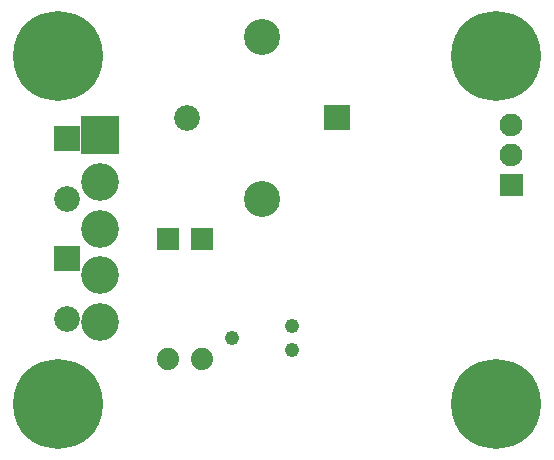
<source format=gbr>
G04 start of page 8 for group -4062 idx -4062 *
G04 Title: (unknown), soldermask *
G04 Creator: pcb 20140316 *
G04 CreationDate: Mon 29 Jan 2018 01:11:03 AM GMT UTC *
G04 For: railfan *
G04 Format: Gerber/RS-274X *
G04 PCB-Dimensions (mil): 1800.00 1500.00 *
G04 PCB-Coordinate-Origin: lower left *
%MOIN*%
%FSLAX25Y25*%
%LNBOTTOMMASK*%
%ADD82C,0.0740*%
%ADD81C,0.1260*%
%ADD80C,0.0860*%
%ADD79C,0.0490*%
%ADD78C,0.0760*%
%ADD77C,0.2997*%
%ADD76C,0.1200*%
%ADD75C,0.0001*%
G54D75*G36*
X105700Y116800D02*Y108200D01*
X114300D01*
Y116800D01*
X105700D01*
G37*
G54D76*X85000Y85500D03*
Y139500D03*
G54D77*X163000Y133000D03*
G54D75*G36*
X164200Y93800D02*Y86200D01*
X171800D01*
Y93800D01*
X164200D01*
G37*
G54D78*X168000Y100000D03*
Y110000D03*
G54D77*X163000Y17000D03*
G54D79*X75000Y39000D03*
X95000Y43000D03*
Y35000D03*
G54D80*X60000Y112500D03*
G54D77*X17000Y133000D03*
G54D75*G36*
X24700Y113000D02*Y100400D01*
X37300D01*
Y113000D01*
X24700D01*
G37*
G54D81*X31000Y91100D03*
G54D75*G36*
X15700Y109800D02*Y101200D01*
X24300D01*
Y109800D01*
X15700D01*
G37*
G54D77*X17000Y17000D03*
G54D81*X31000Y75500D03*
Y59900D03*
Y44300D03*
G54D75*G36*
X15700Y69800D02*Y61200D01*
X24300D01*
Y69800D01*
X15700D01*
G37*
G54D80*X20000Y45500D03*
Y85500D03*
G54D75*G36*
X49800Y75700D02*Y68300D01*
X57200D01*
Y75700D01*
X49800D01*
G37*
G54D82*X53500Y32000D03*
X65000D03*
G54D75*G36*
X61300Y75700D02*Y68300D01*
X68700D01*
Y75700D01*
X61300D01*
G37*
M02*

</source>
